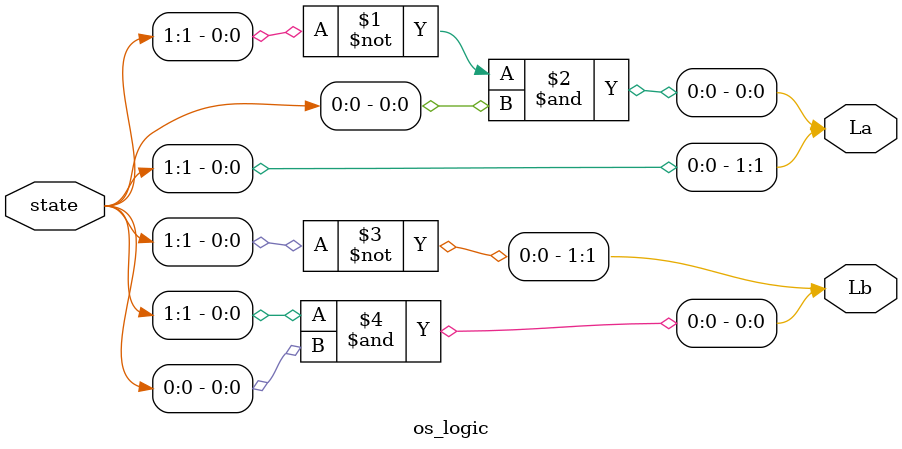
<source format=v>

module os_logic(state,La,Lb); //Module of Output State Logic
	input [1:0] state; //current state
	output [1:0] La; //output value
	output [1:0] Lb; //output value

	assign La[1]=state[1]; //Light A
	assign La[0]=~state[1]&state[0];
	assign Lb[1]=~state[1]; //Light B
	assign Lb[0]=state[1]&state[0];
	
endmodule //End of module
</source>
